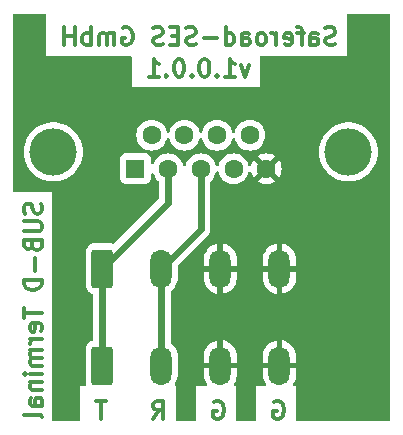
<source format=gbr>
%TF.GenerationSoftware,KiCad,Pcbnew,7.0.2*%
%TF.CreationDate,2023-11-13T10:32:36+01:00*%
%TF.ProjectId,sub-d_terminal,7375622d-645f-4746-9572-6d696e616c2e,rev?*%
%TF.SameCoordinates,Original*%
%TF.FileFunction,Copper,L2,Bot*%
%TF.FilePolarity,Positive*%
%FSLAX46Y46*%
G04 Gerber Fmt 4.6, Leading zero omitted, Abs format (unit mm)*
G04 Created by KiCad (PCBNEW 7.0.2) date 2023-11-13 10:32:36*
%MOMM*%
%LPD*%
G01*
G04 APERTURE LIST*
G04 Aperture macros list*
%AMRoundRect*
0 Rectangle with rounded corners*
0 $1 Rounding radius*
0 $2 $3 $4 $5 $6 $7 $8 $9 X,Y pos of 4 corners*
0 Add a 4 corners polygon primitive as box body*
4,1,4,$2,$3,$4,$5,$6,$7,$8,$9,$2,$3,0*
0 Add four circle primitives for the rounded corners*
1,1,$1+$1,$2,$3*
1,1,$1+$1,$4,$5*
1,1,$1+$1,$6,$7*
1,1,$1+$1,$8,$9*
0 Add four rect primitives between the rounded corners*
20,1,$1+$1,$2,$3,$4,$5,0*
20,1,$1+$1,$4,$5,$6,$7,0*
20,1,$1+$1,$6,$7,$8,$9,0*
20,1,$1+$1,$8,$9,$2,$3,0*%
G04 Aperture macros list end*
%ADD10C,0.300000*%
%TA.AperFunction,NonConductor*%
%ADD11C,0.300000*%
%TD*%
%TA.AperFunction,ComponentPad*%
%ADD12C,4.000000*%
%TD*%
%TA.AperFunction,ComponentPad*%
%ADD13R,1.600000X1.600000*%
%TD*%
%TA.AperFunction,ComponentPad*%
%ADD14C,1.600000*%
%TD*%
%TA.AperFunction,ComponentPad*%
%ADD15RoundRect,0.250000X-0.650000X-1.400000X0.650000X-1.400000X0.650000X1.400000X-0.650000X1.400000X0*%
%TD*%
%TA.AperFunction,ComponentPad*%
%ADD16O,1.800000X3.300000*%
%TD*%
%TA.AperFunction,Conductor*%
%ADD17C,0.600000*%
%TD*%
G04 APERTURE END LIST*
D10*
D11*
X101457142Y-104996428D02*
X100600000Y-104996428D01*
X101028571Y-106496428D02*
X101028571Y-104996428D01*
D10*
D11*
X110617142Y-105067857D02*
X110760000Y-104996428D01*
X110760000Y-104996428D02*
X110974285Y-104996428D01*
X110974285Y-104996428D02*
X111188571Y-105067857D01*
X111188571Y-105067857D02*
X111331428Y-105210714D01*
X111331428Y-105210714D02*
X111402857Y-105353571D01*
X111402857Y-105353571D02*
X111474285Y-105639285D01*
X111474285Y-105639285D02*
X111474285Y-105853571D01*
X111474285Y-105853571D02*
X111402857Y-106139285D01*
X111402857Y-106139285D02*
X111331428Y-106282142D01*
X111331428Y-106282142D02*
X111188571Y-106425000D01*
X111188571Y-106425000D02*
X110974285Y-106496428D01*
X110974285Y-106496428D02*
X110831428Y-106496428D01*
X110831428Y-106496428D02*
X110617142Y-106425000D01*
X110617142Y-106425000D02*
X110545714Y-106353571D01*
X110545714Y-106353571D02*
X110545714Y-105853571D01*
X110545714Y-105853571D02*
X110831428Y-105853571D01*
D10*
D11*
X115697142Y-105067857D02*
X115840000Y-104996428D01*
X115840000Y-104996428D02*
X116054285Y-104996428D01*
X116054285Y-104996428D02*
X116268571Y-105067857D01*
X116268571Y-105067857D02*
X116411428Y-105210714D01*
X116411428Y-105210714D02*
X116482857Y-105353571D01*
X116482857Y-105353571D02*
X116554285Y-105639285D01*
X116554285Y-105639285D02*
X116554285Y-105853571D01*
X116554285Y-105853571D02*
X116482857Y-106139285D01*
X116482857Y-106139285D02*
X116411428Y-106282142D01*
X116411428Y-106282142D02*
X116268571Y-106425000D01*
X116268571Y-106425000D02*
X116054285Y-106496428D01*
X116054285Y-106496428D02*
X115911428Y-106496428D01*
X115911428Y-106496428D02*
X115697142Y-106425000D01*
X115697142Y-106425000D02*
X115625714Y-106353571D01*
X115625714Y-106353571D02*
X115625714Y-105853571D01*
X115625714Y-105853571D02*
X115911428Y-105853571D01*
D10*
D11*
X95945000Y-88285714D02*
X96016428Y-88500000D01*
X96016428Y-88500000D02*
X96016428Y-88857142D01*
X96016428Y-88857142D02*
X95945000Y-89000000D01*
X95945000Y-89000000D02*
X95873571Y-89071428D01*
X95873571Y-89071428D02*
X95730714Y-89142857D01*
X95730714Y-89142857D02*
X95587857Y-89142857D01*
X95587857Y-89142857D02*
X95445000Y-89071428D01*
X95445000Y-89071428D02*
X95373571Y-89000000D01*
X95373571Y-89000000D02*
X95302142Y-88857142D01*
X95302142Y-88857142D02*
X95230714Y-88571428D01*
X95230714Y-88571428D02*
X95159285Y-88428571D01*
X95159285Y-88428571D02*
X95087857Y-88357142D01*
X95087857Y-88357142D02*
X94945000Y-88285714D01*
X94945000Y-88285714D02*
X94802142Y-88285714D01*
X94802142Y-88285714D02*
X94659285Y-88357142D01*
X94659285Y-88357142D02*
X94587857Y-88428571D01*
X94587857Y-88428571D02*
X94516428Y-88571428D01*
X94516428Y-88571428D02*
X94516428Y-88928571D01*
X94516428Y-88928571D02*
X94587857Y-89142857D01*
X94516428Y-89785713D02*
X95730714Y-89785713D01*
X95730714Y-89785713D02*
X95873571Y-89857142D01*
X95873571Y-89857142D02*
X95945000Y-89928571D01*
X95945000Y-89928571D02*
X96016428Y-90071428D01*
X96016428Y-90071428D02*
X96016428Y-90357142D01*
X96016428Y-90357142D02*
X95945000Y-90499999D01*
X95945000Y-90499999D02*
X95873571Y-90571428D01*
X95873571Y-90571428D02*
X95730714Y-90642856D01*
X95730714Y-90642856D02*
X94516428Y-90642856D01*
X95230714Y-91857142D02*
X95302142Y-92071428D01*
X95302142Y-92071428D02*
X95373571Y-92142857D01*
X95373571Y-92142857D02*
X95516428Y-92214285D01*
X95516428Y-92214285D02*
X95730714Y-92214285D01*
X95730714Y-92214285D02*
X95873571Y-92142857D01*
X95873571Y-92142857D02*
X95945000Y-92071428D01*
X95945000Y-92071428D02*
X96016428Y-91928571D01*
X96016428Y-91928571D02*
X96016428Y-91357142D01*
X96016428Y-91357142D02*
X94516428Y-91357142D01*
X94516428Y-91357142D02*
X94516428Y-91857142D01*
X94516428Y-91857142D02*
X94587857Y-92000000D01*
X94587857Y-92000000D02*
X94659285Y-92071428D01*
X94659285Y-92071428D02*
X94802142Y-92142857D01*
X94802142Y-92142857D02*
X94945000Y-92142857D01*
X94945000Y-92142857D02*
X95087857Y-92071428D01*
X95087857Y-92071428D02*
X95159285Y-92000000D01*
X95159285Y-92000000D02*
X95230714Y-91857142D01*
X95230714Y-91857142D02*
X95230714Y-91357142D01*
X95445000Y-92857142D02*
X95445000Y-94000000D01*
X96016428Y-94714285D02*
X94516428Y-94714285D01*
X94516428Y-94714285D02*
X94516428Y-95071428D01*
X94516428Y-95071428D02*
X94587857Y-95285714D01*
X94587857Y-95285714D02*
X94730714Y-95428571D01*
X94730714Y-95428571D02*
X94873571Y-95500000D01*
X94873571Y-95500000D02*
X95159285Y-95571428D01*
X95159285Y-95571428D02*
X95373571Y-95571428D01*
X95373571Y-95571428D02*
X95659285Y-95500000D01*
X95659285Y-95500000D02*
X95802142Y-95428571D01*
X95802142Y-95428571D02*
X95945000Y-95285714D01*
X95945000Y-95285714D02*
X96016428Y-95071428D01*
X96016428Y-95071428D02*
X96016428Y-94714285D01*
X94516428Y-97142857D02*
X94516428Y-98000000D01*
X96016428Y-97571428D02*
X94516428Y-97571428D01*
X95945000Y-99071428D02*
X96016428Y-98928571D01*
X96016428Y-98928571D02*
X96016428Y-98642857D01*
X96016428Y-98642857D02*
X95945000Y-98499999D01*
X95945000Y-98499999D02*
X95802142Y-98428571D01*
X95802142Y-98428571D02*
X95230714Y-98428571D01*
X95230714Y-98428571D02*
X95087857Y-98499999D01*
X95087857Y-98499999D02*
X95016428Y-98642857D01*
X95016428Y-98642857D02*
X95016428Y-98928571D01*
X95016428Y-98928571D02*
X95087857Y-99071428D01*
X95087857Y-99071428D02*
X95230714Y-99142857D01*
X95230714Y-99142857D02*
X95373571Y-99142857D01*
X95373571Y-99142857D02*
X95516428Y-98428571D01*
X96016428Y-99785713D02*
X95016428Y-99785713D01*
X95302142Y-99785713D02*
X95159285Y-99857142D01*
X95159285Y-99857142D02*
X95087857Y-99928571D01*
X95087857Y-99928571D02*
X95016428Y-100071428D01*
X95016428Y-100071428D02*
X95016428Y-100214285D01*
X96016428Y-100714284D02*
X95016428Y-100714284D01*
X95159285Y-100714284D02*
X95087857Y-100785713D01*
X95087857Y-100785713D02*
X95016428Y-100928570D01*
X95016428Y-100928570D02*
X95016428Y-101142856D01*
X95016428Y-101142856D02*
X95087857Y-101285713D01*
X95087857Y-101285713D02*
X95230714Y-101357142D01*
X95230714Y-101357142D02*
X96016428Y-101357142D01*
X95230714Y-101357142D02*
X95087857Y-101428570D01*
X95087857Y-101428570D02*
X95016428Y-101571427D01*
X95016428Y-101571427D02*
X95016428Y-101785713D01*
X95016428Y-101785713D02*
X95087857Y-101928570D01*
X95087857Y-101928570D02*
X95230714Y-101999999D01*
X95230714Y-101999999D02*
X96016428Y-101999999D01*
X96016428Y-102714284D02*
X95016428Y-102714284D01*
X94516428Y-102714284D02*
X94587857Y-102642856D01*
X94587857Y-102642856D02*
X94659285Y-102714284D01*
X94659285Y-102714284D02*
X94587857Y-102785713D01*
X94587857Y-102785713D02*
X94516428Y-102714284D01*
X94516428Y-102714284D02*
X94659285Y-102714284D01*
X95016428Y-103428570D02*
X96016428Y-103428570D01*
X95159285Y-103428570D02*
X95087857Y-103499999D01*
X95087857Y-103499999D02*
X95016428Y-103642856D01*
X95016428Y-103642856D02*
X95016428Y-103857142D01*
X95016428Y-103857142D02*
X95087857Y-103999999D01*
X95087857Y-103999999D02*
X95230714Y-104071428D01*
X95230714Y-104071428D02*
X96016428Y-104071428D01*
X96016428Y-105428571D02*
X95230714Y-105428571D01*
X95230714Y-105428571D02*
X95087857Y-105357142D01*
X95087857Y-105357142D02*
X95016428Y-105214285D01*
X95016428Y-105214285D02*
X95016428Y-104928571D01*
X95016428Y-104928571D02*
X95087857Y-104785713D01*
X95945000Y-105428571D02*
X96016428Y-105285713D01*
X96016428Y-105285713D02*
X96016428Y-104928571D01*
X96016428Y-104928571D02*
X95945000Y-104785713D01*
X95945000Y-104785713D02*
X95802142Y-104714285D01*
X95802142Y-104714285D02*
X95659285Y-104714285D01*
X95659285Y-104714285D02*
X95516428Y-104785713D01*
X95516428Y-104785713D02*
X95445000Y-104928571D01*
X95445000Y-104928571D02*
X95445000Y-105285713D01*
X95445000Y-105285713D02*
X95373571Y-105428571D01*
X96016428Y-106357142D02*
X95945000Y-106214285D01*
X95945000Y-106214285D02*
X95802142Y-106142856D01*
X95802142Y-106142856D02*
X94516428Y-106142856D01*
D10*
D11*
X105465714Y-106496428D02*
X105965714Y-105782142D01*
X106322857Y-106496428D02*
X106322857Y-104996428D01*
X106322857Y-104996428D02*
X105751428Y-104996428D01*
X105751428Y-104996428D02*
X105608571Y-105067857D01*
X105608571Y-105067857D02*
X105537142Y-105139285D01*
X105537142Y-105139285D02*
X105465714Y-105282142D01*
X105465714Y-105282142D02*
X105465714Y-105496428D01*
X105465714Y-105496428D02*
X105537142Y-105639285D01*
X105537142Y-105639285D02*
X105608571Y-105710714D01*
X105608571Y-105710714D02*
X105751428Y-105782142D01*
X105751428Y-105782142D02*
X106322857Y-105782142D01*
D10*
D11*
X113577714Y-76540428D02*
X113220571Y-77540428D01*
X113220571Y-77540428D02*
X112863428Y-76540428D01*
X111506285Y-77540428D02*
X112363428Y-77540428D01*
X111934857Y-77540428D02*
X111934857Y-76040428D01*
X111934857Y-76040428D02*
X112077714Y-76254714D01*
X112077714Y-76254714D02*
X112220571Y-76397571D01*
X112220571Y-76397571D02*
X112363428Y-76469000D01*
X110863429Y-77397571D02*
X110792000Y-77469000D01*
X110792000Y-77469000D02*
X110863429Y-77540428D01*
X110863429Y-77540428D02*
X110934857Y-77469000D01*
X110934857Y-77469000D02*
X110863429Y-77397571D01*
X110863429Y-77397571D02*
X110863429Y-77540428D01*
X109863428Y-76040428D02*
X109720571Y-76040428D01*
X109720571Y-76040428D02*
X109577714Y-76111857D01*
X109577714Y-76111857D02*
X109506286Y-76183285D01*
X109506286Y-76183285D02*
X109434857Y-76326142D01*
X109434857Y-76326142D02*
X109363428Y-76611857D01*
X109363428Y-76611857D02*
X109363428Y-76969000D01*
X109363428Y-76969000D02*
X109434857Y-77254714D01*
X109434857Y-77254714D02*
X109506286Y-77397571D01*
X109506286Y-77397571D02*
X109577714Y-77469000D01*
X109577714Y-77469000D02*
X109720571Y-77540428D01*
X109720571Y-77540428D02*
X109863428Y-77540428D01*
X109863428Y-77540428D02*
X110006286Y-77469000D01*
X110006286Y-77469000D02*
X110077714Y-77397571D01*
X110077714Y-77397571D02*
X110149143Y-77254714D01*
X110149143Y-77254714D02*
X110220571Y-76969000D01*
X110220571Y-76969000D02*
X110220571Y-76611857D01*
X110220571Y-76611857D02*
X110149143Y-76326142D01*
X110149143Y-76326142D02*
X110077714Y-76183285D01*
X110077714Y-76183285D02*
X110006286Y-76111857D01*
X110006286Y-76111857D02*
X109863428Y-76040428D01*
X108720572Y-77397571D02*
X108649143Y-77469000D01*
X108649143Y-77469000D02*
X108720572Y-77540428D01*
X108720572Y-77540428D02*
X108792000Y-77469000D01*
X108792000Y-77469000D02*
X108720572Y-77397571D01*
X108720572Y-77397571D02*
X108720572Y-77540428D01*
X107720571Y-76040428D02*
X107577714Y-76040428D01*
X107577714Y-76040428D02*
X107434857Y-76111857D01*
X107434857Y-76111857D02*
X107363429Y-76183285D01*
X107363429Y-76183285D02*
X107292000Y-76326142D01*
X107292000Y-76326142D02*
X107220571Y-76611857D01*
X107220571Y-76611857D02*
X107220571Y-76969000D01*
X107220571Y-76969000D02*
X107292000Y-77254714D01*
X107292000Y-77254714D02*
X107363429Y-77397571D01*
X107363429Y-77397571D02*
X107434857Y-77469000D01*
X107434857Y-77469000D02*
X107577714Y-77540428D01*
X107577714Y-77540428D02*
X107720571Y-77540428D01*
X107720571Y-77540428D02*
X107863429Y-77469000D01*
X107863429Y-77469000D02*
X107934857Y-77397571D01*
X107934857Y-77397571D02*
X108006286Y-77254714D01*
X108006286Y-77254714D02*
X108077714Y-76969000D01*
X108077714Y-76969000D02*
X108077714Y-76611857D01*
X108077714Y-76611857D02*
X108006286Y-76326142D01*
X108006286Y-76326142D02*
X107934857Y-76183285D01*
X107934857Y-76183285D02*
X107863429Y-76111857D01*
X107863429Y-76111857D02*
X107720571Y-76040428D01*
X106577715Y-77397571D02*
X106506286Y-77469000D01*
X106506286Y-77469000D02*
X106577715Y-77540428D01*
X106577715Y-77540428D02*
X106649143Y-77469000D01*
X106649143Y-77469000D02*
X106577715Y-77397571D01*
X106577715Y-77397571D02*
X106577715Y-77540428D01*
X105077714Y-77540428D02*
X105934857Y-77540428D01*
X105506286Y-77540428D02*
X105506286Y-76040428D01*
X105506286Y-76040428D02*
X105649143Y-76254714D01*
X105649143Y-76254714D02*
X105792000Y-76397571D01*
X105792000Y-76397571D02*
X105934857Y-76469000D01*
D10*
D11*
X120872285Y-74802000D02*
X120658000Y-74873428D01*
X120658000Y-74873428D02*
X120300857Y-74873428D01*
X120300857Y-74873428D02*
X120158000Y-74802000D01*
X120158000Y-74802000D02*
X120086571Y-74730571D01*
X120086571Y-74730571D02*
X120015142Y-74587714D01*
X120015142Y-74587714D02*
X120015142Y-74444857D01*
X120015142Y-74444857D02*
X120086571Y-74302000D01*
X120086571Y-74302000D02*
X120158000Y-74230571D01*
X120158000Y-74230571D02*
X120300857Y-74159142D01*
X120300857Y-74159142D02*
X120586571Y-74087714D01*
X120586571Y-74087714D02*
X120729428Y-74016285D01*
X120729428Y-74016285D02*
X120800857Y-73944857D01*
X120800857Y-73944857D02*
X120872285Y-73802000D01*
X120872285Y-73802000D02*
X120872285Y-73659142D01*
X120872285Y-73659142D02*
X120800857Y-73516285D01*
X120800857Y-73516285D02*
X120729428Y-73444857D01*
X120729428Y-73444857D02*
X120586571Y-73373428D01*
X120586571Y-73373428D02*
X120229428Y-73373428D01*
X120229428Y-73373428D02*
X120015142Y-73444857D01*
X118729429Y-74873428D02*
X118729429Y-74087714D01*
X118729429Y-74087714D02*
X118800857Y-73944857D01*
X118800857Y-73944857D02*
X118943714Y-73873428D01*
X118943714Y-73873428D02*
X119229429Y-73873428D01*
X119229429Y-73873428D02*
X119372286Y-73944857D01*
X118729429Y-74802000D02*
X118872286Y-74873428D01*
X118872286Y-74873428D02*
X119229429Y-74873428D01*
X119229429Y-74873428D02*
X119372286Y-74802000D01*
X119372286Y-74802000D02*
X119443714Y-74659142D01*
X119443714Y-74659142D02*
X119443714Y-74516285D01*
X119443714Y-74516285D02*
X119372286Y-74373428D01*
X119372286Y-74373428D02*
X119229429Y-74302000D01*
X119229429Y-74302000D02*
X118872286Y-74302000D01*
X118872286Y-74302000D02*
X118729429Y-74230571D01*
X118229428Y-73873428D02*
X117658000Y-73873428D01*
X118015143Y-74873428D02*
X118015143Y-73587714D01*
X118015143Y-73587714D02*
X117943714Y-73444857D01*
X117943714Y-73444857D02*
X117800857Y-73373428D01*
X117800857Y-73373428D02*
X117658000Y-73373428D01*
X116586571Y-74802000D02*
X116729428Y-74873428D01*
X116729428Y-74873428D02*
X117015143Y-74873428D01*
X117015143Y-74873428D02*
X117158000Y-74802000D01*
X117158000Y-74802000D02*
X117229428Y-74659142D01*
X117229428Y-74659142D02*
X117229428Y-74087714D01*
X117229428Y-74087714D02*
X117158000Y-73944857D01*
X117158000Y-73944857D02*
X117015143Y-73873428D01*
X117015143Y-73873428D02*
X116729428Y-73873428D01*
X116729428Y-73873428D02*
X116586571Y-73944857D01*
X116586571Y-73944857D02*
X116515143Y-74087714D01*
X116515143Y-74087714D02*
X116515143Y-74230571D01*
X116515143Y-74230571D02*
X117229428Y-74373428D01*
X115872286Y-74873428D02*
X115872286Y-73873428D01*
X115872286Y-74159142D02*
X115800857Y-74016285D01*
X115800857Y-74016285D02*
X115729429Y-73944857D01*
X115729429Y-73944857D02*
X115586571Y-73873428D01*
X115586571Y-73873428D02*
X115443714Y-73873428D01*
X114729429Y-74873428D02*
X114872286Y-74802000D01*
X114872286Y-74802000D02*
X114943715Y-74730571D01*
X114943715Y-74730571D02*
X115015143Y-74587714D01*
X115015143Y-74587714D02*
X115015143Y-74159142D01*
X115015143Y-74159142D02*
X114943715Y-74016285D01*
X114943715Y-74016285D02*
X114872286Y-73944857D01*
X114872286Y-73944857D02*
X114729429Y-73873428D01*
X114729429Y-73873428D02*
X114515143Y-73873428D01*
X114515143Y-73873428D02*
X114372286Y-73944857D01*
X114372286Y-73944857D02*
X114300858Y-74016285D01*
X114300858Y-74016285D02*
X114229429Y-74159142D01*
X114229429Y-74159142D02*
X114229429Y-74587714D01*
X114229429Y-74587714D02*
X114300858Y-74730571D01*
X114300858Y-74730571D02*
X114372286Y-74802000D01*
X114372286Y-74802000D02*
X114515143Y-74873428D01*
X114515143Y-74873428D02*
X114729429Y-74873428D01*
X112943715Y-74873428D02*
X112943715Y-74087714D01*
X112943715Y-74087714D02*
X113015143Y-73944857D01*
X113015143Y-73944857D02*
X113158000Y-73873428D01*
X113158000Y-73873428D02*
X113443715Y-73873428D01*
X113443715Y-73873428D02*
X113586572Y-73944857D01*
X112943715Y-74802000D02*
X113086572Y-74873428D01*
X113086572Y-74873428D02*
X113443715Y-74873428D01*
X113443715Y-74873428D02*
X113586572Y-74802000D01*
X113586572Y-74802000D02*
X113658000Y-74659142D01*
X113658000Y-74659142D02*
X113658000Y-74516285D01*
X113658000Y-74516285D02*
X113586572Y-74373428D01*
X113586572Y-74373428D02*
X113443715Y-74302000D01*
X113443715Y-74302000D02*
X113086572Y-74302000D01*
X113086572Y-74302000D02*
X112943715Y-74230571D01*
X111586572Y-74873428D02*
X111586572Y-73373428D01*
X111586572Y-74802000D02*
X111729429Y-74873428D01*
X111729429Y-74873428D02*
X112015143Y-74873428D01*
X112015143Y-74873428D02*
X112158000Y-74802000D01*
X112158000Y-74802000D02*
X112229429Y-74730571D01*
X112229429Y-74730571D02*
X112300857Y-74587714D01*
X112300857Y-74587714D02*
X112300857Y-74159142D01*
X112300857Y-74159142D02*
X112229429Y-74016285D01*
X112229429Y-74016285D02*
X112158000Y-73944857D01*
X112158000Y-73944857D02*
X112015143Y-73873428D01*
X112015143Y-73873428D02*
X111729429Y-73873428D01*
X111729429Y-73873428D02*
X111586572Y-73944857D01*
X110872286Y-74302000D02*
X109729429Y-74302000D01*
X109086571Y-74802000D02*
X108872286Y-74873428D01*
X108872286Y-74873428D02*
X108515143Y-74873428D01*
X108515143Y-74873428D02*
X108372286Y-74802000D01*
X108372286Y-74802000D02*
X108300857Y-74730571D01*
X108300857Y-74730571D02*
X108229428Y-74587714D01*
X108229428Y-74587714D02*
X108229428Y-74444857D01*
X108229428Y-74444857D02*
X108300857Y-74302000D01*
X108300857Y-74302000D02*
X108372286Y-74230571D01*
X108372286Y-74230571D02*
X108515143Y-74159142D01*
X108515143Y-74159142D02*
X108800857Y-74087714D01*
X108800857Y-74087714D02*
X108943714Y-74016285D01*
X108943714Y-74016285D02*
X109015143Y-73944857D01*
X109015143Y-73944857D02*
X109086571Y-73802000D01*
X109086571Y-73802000D02*
X109086571Y-73659142D01*
X109086571Y-73659142D02*
X109015143Y-73516285D01*
X109015143Y-73516285D02*
X108943714Y-73444857D01*
X108943714Y-73444857D02*
X108800857Y-73373428D01*
X108800857Y-73373428D02*
X108443714Y-73373428D01*
X108443714Y-73373428D02*
X108229428Y-73444857D01*
X107586572Y-74087714D02*
X107086572Y-74087714D01*
X106872286Y-74873428D02*
X107586572Y-74873428D01*
X107586572Y-74873428D02*
X107586572Y-73373428D01*
X107586572Y-73373428D02*
X106872286Y-73373428D01*
X106300857Y-74802000D02*
X106086572Y-74873428D01*
X106086572Y-74873428D02*
X105729429Y-74873428D01*
X105729429Y-74873428D02*
X105586572Y-74802000D01*
X105586572Y-74802000D02*
X105515143Y-74730571D01*
X105515143Y-74730571D02*
X105443714Y-74587714D01*
X105443714Y-74587714D02*
X105443714Y-74444857D01*
X105443714Y-74444857D02*
X105515143Y-74302000D01*
X105515143Y-74302000D02*
X105586572Y-74230571D01*
X105586572Y-74230571D02*
X105729429Y-74159142D01*
X105729429Y-74159142D02*
X106015143Y-74087714D01*
X106015143Y-74087714D02*
X106158000Y-74016285D01*
X106158000Y-74016285D02*
X106229429Y-73944857D01*
X106229429Y-73944857D02*
X106300857Y-73802000D01*
X106300857Y-73802000D02*
X106300857Y-73659142D01*
X106300857Y-73659142D02*
X106229429Y-73516285D01*
X106229429Y-73516285D02*
X106158000Y-73444857D01*
X106158000Y-73444857D02*
X106015143Y-73373428D01*
X106015143Y-73373428D02*
X105658000Y-73373428D01*
X105658000Y-73373428D02*
X105443714Y-73444857D01*
X102872286Y-73444857D02*
X103015144Y-73373428D01*
X103015144Y-73373428D02*
X103229429Y-73373428D01*
X103229429Y-73373428D02*
X103443715Y-73444857D01*
X103443715Y-73444857D02*
X103586572Y-73587714D01*
X103586572Y-73587714D02*
X103658001Y-73730571D01*
X103658001Y-73730571D02*
X103729429Y-74016285D01*
X103729429Y-74016285D02*
X103729429Y-74230571D01*
X103729429Y-74230571D02*
X103658001Y-74516285D01*
X103658001Y-74516285D02*
X103586572Y-74659142D01*
X103586572Y-74659142D02*
X103443715Y-74802000D01*
X103443715Y-74802000D02*
X103229429Y-74873428D01*
X103229429Y-74873428D02*
X103086572Y-74873428D01*
X103086572Y-74873428D02*
X102872286Y-74802000D01*
X102872286Y-74802000D02*
X102800858Y-74730571D01*
X102800858Y-74730571D02*
X102800858Y-74230571D01*
X102800858Y-74230571D02*
X103086572Y-74230571D01*
X102158001Y-74873428D02*
X102158001Y-73873428D01*
X102158001Y-74016285D02*
X102086572Y-73944857D01*
X102086572Y-73944857D02*
X101943715Y-73873428D01*
X101943715Y-73873428D02*
X101729429Y-73873428D01*
X101729429Y-73873428D02*
X101586572Y-73944857D01*
X101586572Y-73944857D02*
X101515144Y-74087714D01*
X101515144Y-74087714D02*
X101515144Y-74873428D01*
X101515144Y-74087714D02*
X101443715Y-73944857D01*
X101443715Y-73944857D02*
X101300858Y-73873428D01*
X101300858Y-73873428D02*
X101086572Y-73873428D01*
X101086572Y-73873428D02*
X100943715Y-73944857D01*
X100943715Y-73944857D02*
X100872286Y-74087714D01*
X100872286Y-74087714D02*
X100872286Y-74873428D01*
X100158001Y-74873428D02*
X100158001Y-73373428D01*
X100158001Y-73944857D02*
X100015144Y-73873428D01*
X100015144Y-73873428D02*
X99729429Y-73873428D01*
X99729429Y-73873428D02*
X99586572Y-73944857D01*
X99586572Y-73944857D02*
X99515144Y-74016285D01*
X99515144Y-74016285D02*
X99443715Y-74159142D01*
X99443715Y-74159142D02*
X99443715Y-74587714D01*
X99443715Y-74587714D02*
X99515144Y-74730571D01*
X99515144Y-74730571D02*
X99586572Y-74802000D01*
X99586572Y-74802000D02*
X99729429Y-74873428D01*
X99729429Y-74873428D02*
X100015144Y-74873428D01*
X100015144Y-74873428D02*
X100158001Y-74802000D01*
X98800858Y-74873428D02*
X98800858Y-73373428D01*
X98800858Y-74087714D02*
X97943715Y-74087714D01*
X97943715Y-74873428D02*
X97943715Y-73373428D01*
D12*
%TO.P,J1,0*%
%TO.N,N/C*%
X96990000Y-83910331D03*
X121990000Y-83910331D03*
D13*
%TO.P,J1,1,Pin_1*%
%TO.N,unconnected-(J1-Pin_1-Pad1)*%
X103950000Y-85330331D03*
D14*
%TO.P,J1,2,Pin_2*%
%TO.N,Net-(J1-Pin_2)*%
X106720000Y-85330331D03*
%TO.P,J1,3,Pin_3*%
%TO.N,Net-(J1-Pin_3)*%
X109490000Y-85330331D03*
%TO.P,J1,4,Pin_4*%
%TO.N,unconnected-(J1-Pin_4-Pad4)*%
X112260000Y-85330331D03*
%TO.P,J1,5,Pin_5*%
%TO.N,GND*%
X115030000Y-85330331D03*
%TO.P,J1,6,Pin_6*%
%TO.N,unconnected-(J1-Pin_6-Pad6)*%
X105335000Y-82490331D03*
%TO.P,J1,7,Pin_7*%
%TO.N,unconnected-(J1-Pin_7-Pad7)*%
X108105000Y-82490331D03*
%TO.P,J1,8,Pin_8*%
%TO.N,unconnected-(J1-Pin_8-Pad8)*%
X110875000Y-82490331D03*
%TO.P,J1,9,Pin_9*%
%TO.N,unconnected-(J1-Pin_9-Pad9)*%
X113645000Y-82490331D03*
%TD*%
D15*
%TO.P,J2,1,Pin_1*%
%TO.N,Net-(J1-Pin_2)*%
X101150000Y-93795331D03*
X101150000Y-101995331D03*
D16*
%TO.P,J2,2,Pin_2*%
%TO.N,Net-(J1-Pin_3)*%
X106150000Y-93795331D03*
X106150000Y-101995331D03*
%TO.P,J2,3,Pin_3*%
%TO.N,GND*%
X111150000Y-93795331D03*
X111150000Y-101995331D03*
%TO.P,J2,4,Pin_4*%
X116150000Y-93795331D03*
X116150000Y-101995331D03*
%TD*%
D17*
%TO.N,Net-(J1-Pin_3)*%
X109490000Y-90455331D02*
X106150000Y-93795331D01*
X109490000Y-85330331D02*
X109490000Y-90455331D01*
%TO.N,Net-(J1-Pin_2)*%
X106720000Y-88225331D02*
X101150000Y-93795331D01*
X106720000Y-85330331D02*
X106720000Y-88225331D01*
%TO.N,Net-(J1-Pin_3)*%
X106150000Y-101995331D02*
X106150000Y-93795331D01*
%TO.N,Net-(J1-Pin_2)*%
X101150000Y-101995331D02*
X101150000Y-93795331D01*
%TD*%
%TA.AperFunction,Conductor*%
%TO.N,GND*%
G36*
X96364825Y-72220185D02*
G01*
X96410580Y-72272989D01*
X96421786Y-72324500D01*
X96421786Y-75771786D01*
X103503215Y-75771786D01*
X103570254Y-75791471D01*
X103616009Y-75844275D01*
X103627215Y-75895786D01*
X103627215Y-78438786D01*
X114506786Y-78438786D01*
X114506786Y-75895786D01*
X114526471Y-75828747D01*
X114579275Y-75782992D01*
X114630786Y-75771786D01*
X121872786Y-75771786D01*
X121872786Y-72324500D01*
X121892471Y-72257461D01*
X121945275Y-72211706D01*
X121996786Y-72200500D01*
X125375500Y-72200500D01*
X125442539Y-72220185D01*
X125488294Y-72272989D01*
X125499500Y-72324500D01*
X125499500Y-106575500D01*
X125479815Y-106642539D01*
X125427011Y-106688294D01*
X125375500Y-106699500D01*
X117678786Y-106699500D01*
X117611747Y-106679815D01*
X117565992Y-106627011D01*
X117554786Y-106575500D01*
X117554786Y-103715214D01*
X117423138Y-103715214D01*
X117356099Y-103695529D01*
X117310344Y-103642725D01*
X117300400Y-103573567D01*
X117314884Y-103530739D01*
X117430334Y-103324075D01*
X117509726Y-103099373D01*
X117550000Y-102864491D01*
X117550000Y-102245331D01*
X116644852Y-102245331D01*
X116693559Y-102108284D01*
X116703877Y-101957445D01*
X116673116Y-101809416D01*
X116639910Y-101745331D01*
X117550000Y-101745331D01*
X117550000Y-101188489D01*
X117549776Y-101183233D01*
X117534851Y-101007875D01*
X117474801Y-100777247D01*
X117376639Y-100560089D01*
X117243188Y-100362643D01*
X117078288Y-100190589D01*
X116886684Y-100048880D01*
X116673886Y-99941589D01*
X116446017Y-99871805D01*
X116400000Y-99865912D01*
X116400000Y-101503647D01*
X116371181Y-101486122D01*
X116225596Y-101445331D01*
X116112378Y-101445331D01*
X116000217Y-101460747D01*
X115899999Y-101504277D01*
X115899999Y-99867065D01*
X115738565Y-99901857D01*
X115517437Y-99990714D01*
X115314502Y-100115666D01*
X115135605Y-100273115D01*
X114985893Y-100458530D01*
X114869667Y-100666581D01*
X114790273Y-100891288D01*
X114750000Y-101126170D01*
X114750000Y-101745331D01*
X115655148Y-101745331D01*
X115606441Y-101882378D01*
X115596123Y-102033217D01*
X115626884Y-102181246D01*
X115660090Y-102245331D01*
X114750000Y-102245331D01*
X114750000Y-102802172D01*
X114750223Y-102807428D01*
X114765148Y-102982786D01*
X114825198Y-103213414D01*
X114923359Y-103430569D01*
X114985005Y-103521776D01*
X115006237Y-103588342D01*
X114988110Y-103655819D01*
X114936380Y-103702785D01*
X114882270Y-103715214D01*
X114175214Y-103715214D01*
X114175214Y-106575500D01*
X114155529Y-106642539D01*
X114102725Y-106688294D01*
X114051214Y-106699500D01*
X112598786Y-106699500D01*
X112531747Y-106679815D01*
X112485992Y-106627011D01*
X112474786Y-106575500D01*
X112474786Y-103715214D01*
X112423138Y-103715214D01*
X112356099Y-103695529D01*
X112310344Y-103642725D01*
X112300400Y-103573567D01*
X112314884Y-103530739D01*
X112430334Y-103324075D01*
X112509726Y-103099373D01*
X112550000Y-102864491D01*
X112550000Y-102245331D01*
X111644852Y-102245331D01*
X111693559Y-102108284D01*
X111703877Y-101957445D01*
X111673116Y-101809416D01*
X111639910Y-101745331D01*
X112550000Y-101745331D01*
X112550000Y-101188489D01*
X112549776Y-101183233D01*
X112534851Y-101007875D01*
X112474801Y-100777247D01*
X112376639Y-100560089D01*
X112243188Y-100362643D01*
X112078288Y-100190589D01*
X111886684Y-100048880D01*
X111673886Y-99941589D01*
X111446017Y-99871805D01*
X111399999Y-99865912D01*
X111399999Y-101503647D01*
X111371181Y-101486122D01*
X111225596Y-101445331D01*
X111112378Y-101445331D01*
X111000217Y-101460747D01*
X110899999Y-101504277D01*
X110899999Y-99867065D01*
X110738565Y-99901857D01*
X110517437Y-99990714D01*
X110314502Y-100115666D01*
X110135605Y-100273115D01*
X109985893Y-100458530D01*
X109869667Y-100666581D01*
X109790273Y-100891288D01*
X109750000Y-101126170D01*
X109750000Y-101745331D01*
X110655148Y-101745331D01*
X110606441Y-101882378D01*
X110596123Y-102033217D01*
X110626884Y-102181246D01*
X110660090Y-102245331D01*
X109750000Y-102245331D01*
X109750000Y-102802172D01*
X109750223Y-102807428D01*
X109765148Y-102982786D01*
X109825198Y-103213414D01*
X109923359Y-103430569D01*
X109985005Y-103521776D01*
X110006237Y-103588342D01*
X109988110Y-103655819D01*
X109936380Y-103702785D01*
X109882270Y-103715214D01*
X109095214Y-103715214D01*
X109095214Y-106575500D01*
X109075529Y-106642539D01*
X109022725Y-106688294D01*
X108971214Y-106699500D01*
X107518786Y-106699500D01*
X107451747Y-106679815D01*
X107405992Y-106627011D01*
X107394786Y-106575500D01*
X107394786Y-103715214D01*
X107382761Y-103703189D01*
X107356672Y-103695529D01*
X107310917Y-103642725D01*
X107300973Y-103573567D01*
X107315457Y-103530740D01*
X107430790Y-103324285D01*
X107510212Y-103099499D01*
X107550500Y-102864533D01*
X107550500Y-101188465D01*
X107550500Y-101185834D01*
X107535346Y-101007790D01*
X107475318Y-100777247D01*
X107475275Y-100777080D01*
X107377077Y-100559845D01*
X107243579Y-100362328D01*
X107078620Y-100190212D01*
X107000765Y-100132631D01*
X106958570Y-100076941D01*
X106950499Y-100032940D01*
X106950499Y-95762514D01*
X106970184Y-95695476D01*
X106992572Y-95669434D01*
X107164755Y-95517895D01*
X107237072Y-95428333D01*
X107314519Y-95332416D01*
X107314519Y-95332415D01*
X107314523Y-95332411D01*
X107430790Y-95124285D01*
X107510211Y-94899502D01*
X107510234Y-94899373D01*
X107530209Y-94782870D01*
X107550500Y-94664531D01*
X107550500Y-94602172D01*
X109750000Y-94602172D01*
X109750223Y-94607428D01*
X109765148Y-94782786D01*
X109825198Y-95013414D01*
X109923360Y-95230572D01*
X110056811Y-95428018D01*
X110221711Y-95600072D01*
X110413315Y-95741781D01*
X110626113Y-95849072D01*
X110853983Y-95918856D01*
X110900000Y-95924748D01*
X110900000Y-94287014D01*
X110928819Y-94304540D01*
X111074404Y-94345331D01*
X111187622Y-94345331D01*
X111299783Y-94329915D01*
X111400000Y-94286384D01*
X111400000Y-95923595D01*
X111561436Y-95888804D01*
X111782560Y-95799948D01*
X111985497Y-95674995D01*
X112164394Y-95517546D01*
X112314106Y-95332131D01*
X112430332Y-95124080D01*
X112509726Y-94899373D01*
X112550000Y-94664491D01*
X112550000Y-94602172D01*
X114750000Y-94602172D01*
X114750223Y-94607428D01*
X114765148Y-94782786D01*
X114825198Y-95013414D01*
X114923360Y-95230572D01*
X115056811Y-95428018D01*
X115221711Y-95600072D01*
X115413315Y-95741781D01*
X115626113Y-95849072D01*
X115853983Y-95918856D01*
X115900000Y-95924748D01*
X115900000Y-94287014D01*
X115928819Y-94304540D01*
X116074404Y-94345331D01*
X116187622Y-94345331D01*
X116299783Y-94329915D01*
X116400000Y-94286384D01*
X116400000Y-95923595D01*
X116561436Y-95888804D01*
X116782560Y-95799948D01*
X116985497Y-95674995D01*
X117164394Y-95517546D01*
X117314106Y-95332131D01*
X117430332Y-95124080D01*
X117509726Y-94899373D01*
X117550000Y-94664491D01*
X117550000Y-94045331D01*
X116644852Y-94045331D01*
X116693559Y-93908284D01*
X116703877Y-93757445D01*
X116673116Y-93609416D01*
X116639910Y-93545331D01*
X117550000Y-93545331D01*
X117550000Y-92988489D01*
X117549776Y-92983233D01*
X117534851Y-92807875D01*
X117474801Y-92577247D01*
X117376639Y-92360089D01*
X117243188Y-92162643D01*
X117078288Y-91990589D01*
X116886684Y-91848880D01*
X116673886Y-91741589D01*
X116446017Y-91671805D01*
X116400000Y-91665912D01*
X116400000Y-93303647D01*
X116371181Y-93286122D01*
X116225596Y-93245331D01*
X116112378Y-93245331D01*
X116000217Y-93260747D01*
X115899999Y-93304277D01*
X115899999Y-91667065D01*
X115738565Y-91701857D01*
X115517437Y-91790714D01*
X115314502Y-91915666D01*
X115135605Y-92073115D01*
X114985893Y-92258530D01*
X114869667Y-92466581D01*
X114790273Y-92691288D01*
X114750000Y-92926170D01*
X114750000Y-93545331D01*
X115655148Y-93545331D01*
X115606441Y-93682378D01*
X115596123Y-93833217D01*
X115626884Y-93981246D01*
X115660090Y-94045331D01*
X114750000Y-94045331D01*
X114750000Y-94602172D01*
X112550000Y-94602172D01*
X112550000Y-94045331D01*
X111644852Y-94045331D01*
X111693559Y-93908284D01*
X111703877Y-93757445D01*
X111673116Y-93609416D01*
X111639910Y-93545331D01*
X112550000Y-93545331D01*
X112550000Y-92988489D01*
X112549776Y-92983233D01*
X112534851Y-92807875D01*
X112474801Y-92577247D01*
X112376639Y-92360089D01*
X112243188Y-92162643D01*
X112078288Y-91990589D01*
X111886684Y-91848880D01*
X111673886Y-91741589D01*
X111446017Y-91671805D01*
X111399999Y-91665912D01*
X111399999Y-93303647D01*
X111371181Y-93286122D01*
X111225596Y-93245331D01*
X111112378Y-93245331D01*
X111000217Y-93260747D01*
X110899999Y-93304277D01*
X110899999Y-91667065D01*
X110738565Y-91701857D01*
X110517437Y-91790714D01*
X110314502Y-91915666D01*
X110135605Y-92073115D01*
X109985893Y-92258530D01*
X109869667Y-92466581D01*
X109790273Y-92691288D01*
X109750000Y-92926170D01*
X109750000Y-93545331D01*
X110655148Y-93545331D01*
X110606441Y-93682378D01*
X110596123Y-93833217D01*
X110626884Y-93981246D01*
X110660090Y-94045331D01*
X109750000Y-94045331D01*
X109750000Y-94602172D01*
X107550500Y-94602172D01*
X107550499Y-93578269D01*
X107570184Y-93511231D01*
X107586813Y-93490594D01*
X110087826Y-90989583D01*
X110119816Y-90957593D01*
X110140190Y-90925165D01*
X110148222Y-90913846D01*
X110172091Y-90883918D01*
X110188704Y-90849419D01*
X110195413Y-90837279D01*
X110215789Y-90804853D01*
X110228432Y-90768719D01*
X110233752Y-90755876D01*
X110250359Y-90721391D01*
X110258876Y-90684076D01*
X110262720Y-90670729D01*
X110275368Y-90634586D01*
X110279655Y-90596532D01*
X110281982Y-90582843D01*
X110290500Y-90545527D01*
X110290500Y-86420380D01*
X110310185Y-86353341D01*
X110326819Y-86332699D01*
X110490046Y-86169471D01*
X110569637Y-86055803D01*
X110620568Y-85983065D01*
X110716739Y-85776827D01*
X110755224Y-85633195D01*
X110791590Y-85573534D01*
X110854437Y-85543005D01*
X110923812Y-85551300D01*
X110977690Y-85595785D01*
X110994775Y-85633195D01*
X111033261Y-85776827D01*
X111129432Y-85983066D01*
X111259953Y-86169471D01*
X111420859Y-86330377D01*
X111607264Y-86460898D01*
X111607265Y-86460898D01*
X111607266Y-86460899D01*
X111813504Y-86557070D01*
X112033308Y-86615966D01*
X112184435Y-86629187D01*
X112259999Y-86635799D01*
X112259999Y-86635798D01*
X112260000Y-86635799D01*
X112486692Y-86615966D01*
X112706496Y-86557070D01*
X112912734Y-86460899D01*
X113099139Y-86330378D01*
X113260047Y-86169470D01*
X113390568Y-85983065D01*
X113486739Y-85776827D01*
X113525483Y-85632228D01*
X113561848Y-85572569D01*
X113624695Y-85542040D01*
X113694070Y-85550335D01*
X113747948Y-85594820D01*
X113765033Y-85632229D01*
X113803733Y-85776657D01*
X113899866Y-85982815D01*
X113950972Y-86055802D01*
X113950974Y-86055803D01*
X114546922Y-85459854D01*
X114570507Y-85540175D01*
X114648239Y-85661129D01*
X114756900Y-85755283D01*
X114887685Y-85815011D01*
X114897466Y-85816417D01*
X114304526Y-86409356D01*
X114304526Y-86409357D01*
X114377515Y-86460464D01*
X114583673Y-86556597D01*
X114803397Y-86615472D01*
X115029999Y-86635297D01*
X115256602Y-86615472D01*
X115476326Y-86556597D01*
X115682480Y-86460465D01*
X115755472Y-86409356D01*
X115162534Y-85816417D01*
X115172315Y-85815011D01*
X115303100Y-85755283D01*
X115411761Y-85661129D01*
X115489493Y-85540175D01*
X115513076Y-85459854D01*
X116109025Y-86055803D01*
X116160134Y-85982811D01*
X116256266Y-85776657D01*
X116315141Y-85556933D01*
X116334966Y-85330331D01*
X116315141Y-85103728D01*
X116256266Y-84884004D01*
X116160133Y-84677846D01*
X116109025Y-84604857D01*
X115513076Y-85200806D01*
X115489493Y-85120487D01*
X115411761Y-84999533D01*
X115303100Y-84905379D01*
X115172315Y-84845651D01*
X115162533Y-84844244D01*
X115755472Y-84251305D01*
X115755471Y-84251303D01*
X115682484Y-84200197D01*
X115476326Y-84104064D01*
X115256602Y-84045189D01*
X115029999Y-84025364D01*
X114803397Y-84045189D01*
X114583672Y-84104064D01*
X114377516Y-84200196D01*
X114304527Y-84251304D01*
X114304526Y-84251304D01*
X114897467Y-84844244D01*
X114887685Y-84845651D01*
X114756900Y-84905379D01*
X114648239Y-84999533D01*
X114570507Y-85120487D01*
X114546923Y-85200807D01*
X113950973Y-84604857D01*
X113950973Y-84604858D01*
X113899865Y-84677847D01*
X113803734Y-84884002D01*
X113765033Y-85028433D01*
X113728667Y-85088093D01*
X113665820Y-85118621D01*
X113596444Y-85110326D01*
X113542567Y-85065840D01*
X113525483Y-85028431D01*
X113517740Y-84999533D01*
X113486739Y-84883835D01*
X113390568Y-84677597D01*
X113339636Y-84604857D01*
X113260046Y-84491190D01*
X113099140Y-84330284D01*
X112912735Y-84199763D01*
X112706497Y-84103592D01*
X112486689Y-84044695D01*
X112259999Y-84024862D01*
X112033310Y-84044695D01*
X111813502Y-84103592D01*
X111607264Y-84199763D01*
X111420859Y-84330284D01*
X111259953Y-84491190D01*
X111129432Y-84677595D01*
X111033261Y-84883833D01*
X110994775Y-85027467D01*
X110958410Y-85087127D01*
X110895563Y-85117656D01*
X110826187Y-85109361D01*
X110772309Y-85064876D01*
X110755225Y-85027467D01*
X110725748Y-84917459D01*
X110716739Y-84883835D01*
X110620568Y-84677597D01*
X110569636Y-84604857D01*
X110490046Y-84491190D01*
X110329140Y-84330284D01*
X110142735Y-84199763D01*
X109936497Y-84103592D01*
X109716689Y-84044695D01*
X109489999Y-84024862D01*
X109263310Y-84044695D01*
X109043502Y-84103592D01*
X108837264Y-84199763D01*
X108650859Y-84330284D01*
X108489953Y-84491190D01*
X108359432Y-84677595D01*
X108263261Y-84883833D01*
X108224775Y-85027467D01*
X108188410Y-85087127D01*
X108125563Y-85117656D01*
X108056187Y-85109361D01*
X108002309Y-85064876D01*
X107985225Y-85027467D01*
X107955748Y-84917459D01*
X107946739Y-84883835D01*
X107850568Y-84677597D01*
X107799636Y-84604857D01*
X107720046Y-84491190D01*
X107559140Y-84330284D01*
X107372735Y-84199763D01*
X107166497Y-84103592D01*
X106946689Y-84044695D01*
X106720000Y-84024862D01*
X106493310Y-84044695D01*
X106273502Y-84103592D01*
X106067264Y-84199763D01*
X105880859Y-84330284D01*
X105719953Y-84491190D01*
X105589432Y-84677595D01*
X105488676Y-84893667D01*
X105486574Y-84892686D01*
X105457905Y-84939717D01*
X105395057Y-84970244D01*
X105325682Y-84961946D01*
X105271806Y-84917459D01*
X105250534Y-84850906D01*
X105250499Y-84847960D01*
X105250499Y-84677595D01*
X105250499Y-84482459D01*
X105244091Y-84422848D01*
X105193796Y-84288000D01*
X105107546Y-84172785D01*
X104992331Y-84086535D01*
X104857483Y-84036240D01*
X104797873Y-84029831D01*
X104794550Y-84029831D01*
X103105439Y-84029831D01*
X103105420Y-84029831D01*
X103102128Y-84029832D01*
X103098848Y-84030184D01*
X103098840Y-84030185D01*
X103042515Y-84036240D01*
X102907669Y-84086535D01*
X102792454Y-84172785D01*
X102706204Y-84287999D01*
X102655910Y-84422846D01*
X102655909Y-84422848D01*
X102649500Y-84482458D01*
X102649500Y-84485779D01*
X102649500Y-84485780D01*
X102649500Y-86174891D01*
X102649500Y-86174909D01*
X102649501Y-86178203D01*
X102655909Y-86237814D01*
X102706204Y-86372662D01*
X102792454Y-86487877D01*
X102907669Y-86574127D01*
X103042517Y-86624422D01*
X103102127Y-86630831D01*
X104797872Y-86630830D01*
X104857483Y-86624422D01*
X104992331Y-86574127D01*
X105107546Y-86487877D01*
X105193796Y-86372662D01*
X105244091Y-86237814D01*
X105250500Y-86178204D01*
X105250499Y-85812700D01*
X105270183Y-85745664D01*
X105322987Y-85699909D01*
X105392146Y-85689965D01*
X105455701Y-85718990D01*
X105487042Y-85767756D01*
X105488676Y-85766995D01*
X105589432Y-85983066D01*
X105719953Y-86169471D01*
X105883181Y-86332699D01*
X105916666Y-86394022D01*
X105919500Y-86420380D01*
X105919499Y-87842390D01*
X105899814Y-87909430D01*
X105883180Y-87930071D01*
X102160949Y-91652302D01*
X102099626Y-91685787D01*
X102034265Y-91682327D01*
X101952798Y-91655331D01*
X101853141Y-91645150D01*
X101853122Y-91645149D01*
X101850009Y-91644831D01*
X101846860Y-91644831D01*
X100453140Y-91644831D01*
X100453120Y-91644831D01*
X100449992Y-91644832D01*
X100446860Y-91645151D01*
X100446858Y-91645152D01*
X100347203Y-91655331D01*
X100180665Y-91710517D01*
X100031342Y-91802619D01*
X99907288Y-91926673D01*
X99815186Y-92075996D01*
X99760000Y-92242533D01*
X99749819Y-92342189D01*
X99749817Y-92342209D01*
X99749500Y-92345322D01*
X99749500Y-92348469D01*
X99749500Y-92348470D01*
X99749500Y-95242190D01*
X99749500Y-95242209D01*
X99749501Y-95245339D01*
X99749820Y-95248471D01*
X99749821Y-95248472D01*
X99760000Y-95348127D01*
X99815186Y-95514665D01*
X99907288Y-95663988D01*
X100031342Y-95788042D01*
X100031344Y-95788043D01*
X100180666Y-95880145D01*
X100264505Y-95907926D01*
X100321948Y-95947697D01*
X100348772Y-96012212D01*
X100349500Y-96025631D01*
X100349500Y-99765029D01*
X100329815Y-99832068D01*
X100277011Y-99877823D01*
X100264505Y-99882735D01*
X100180664Y-99910517D01*
X100031342Y-100002619D01*
X99907288Y-100126673D01*
X99815186Y-100275996D01*
X99760000Y-100442533D01*
X99749819Y-100542189D01*
X99749817Y-100542209D01*
X99749500Y-100545322D01*
X99749500Y-100548469D01*
X99749500Y-100548470D01*
X99749500Y-103442190D01*
X99749500Y-103442209D01*
X99749501Y-103445339D01*
X99749820Y-103448471D01*
X99749821Y-103448472D01*
X99760000Y-103548127D01*
X99761353Y-103552208D01*
X99763756Y-103622036D01*
X99728026Y-103682079D01*
X99665506Y-103713272D01*
X99643648Y-103715214D01*
X99292357Y-103715214D01*
X99292357Y-106575500D01*
X99272672Y-106642539D01*
X99219868Y-106688294D01*
X99168357Y-106699500D01*
X97038786Y-106699500D01*
X96971747Y-106679815D01*
X96925992Y-106627011D01*
X96914786Y-106575500D01*
X96914786Y-87285214D01*
X93724500Y-87285214D01*
X93657461Y-87265529D01*
X93611706Y-87212725D01*
X93600500Y-87161214D01*
X93600500Y-83910331D01*
X94484556Y-83910331D01*
X94504312Y-84224346D01*
X94505039Y-84228158D01*
X94505041Y-84228172D01*
X94562538Y-84529580D01*
X94563269Y-84533410D01*
X94564473Y-84537117D01*
X94564474Y-84537119D01*
X94610199Y-84677847D01*
X94660497Y-84832646D01*
X94662153Y-84836165D01*
X94752626Y-85028431D01*
X94794463Y-85117338D01*
X94796545Y-85120619D01*
X94796548Y-85120624D01*
X94960962Y-85379700D01*
X94960966Y-85379706D01*
X94963053Y-85382994D01*
X95163610Y-85625425D01*
X95392970Y-85840809D01*
X95647516Y-86025747D01*
X95650923Y-86027620D01*
X95918806Y-86174891D01*
X95923234Y-86177325D01*
X96215775Y-86293150D01*
X96520527Y-86371397D01*
X96832682Y-86410831D01*
X96836577Y-86410831D01*
X97143423Y-86410831D01*
X97147318Y-86410831D01*
X97459473Y-86371397D01*
X97764225Y-86293150D01*
X98056766Y-86177325D01*
X98332484Y-86025747D01*
X98587030Y-85840809D01*
X98816390Y-85625425D01*
X99016947Y-85382994D01*
X99185537Y-85117338D01*
X99319503Y-84832646D01*
X99416731Y-84533410D01*
X99475688Y-84224346D01*
X99495444Y-83910331D01*
X119484556Y-83910331D01*
X119504312Y-84224346D01*
X119505039Y-84228158D01*
X119505041Y-84228172D01*
X119562538Y-84529580D01*
X119563269Y-84533410D01*
X119564473Y-84537117D01*
X119564474Y-84537119D01*
X119610199Y-84677847D01*
X119660497Y-84832646D01*
X119662153Y-84836165D01*
X119752626Y-85028431D01*
X119794463Y-85117338D01*
X119796545Y-85120619D01*
X119796548Y-85120624D01*
X119960962Y-85379700D01*
X119960966Y-85379706D01*
X119963053Y-85382994D01*
X120163610Y-85625425D01*
X120392970Y-85840809D01*
X120647516Y-86025747D01*
X120650923Y-86027620D01*
X120918806Y-86174891D01*
X120923234Y-86177325D01*
X121215775Y-86293150D01*
X121520527Y-86371397D01*
X121832682Y-86410831D01*
X121836577Y-86410831D01*
X122143423Y-86410831D01*
X122147318Y-86410831D01*
X122459473Y-86371397D01*
X122764225Y-86293150D01*
X123056766Y-86177325D01*
X123332484Y-86025747D01*
X123587030Y-85840809D01*
X123816390Y-85625425D01*
X124016947Y-85382994D01*
X124185537Y-85117338D01*
X124319503Y-84832646D01*
X124416731Y-84533410D01*
X124475688Y-84224346D01*
X124495444Y-83910331D01*
X124475688Y-83596316D01*
X124416731Y-83287252D01*
X124319503Y-82988016D01*
X124185537Y-82703324D01*
X124016947Y-82437668D01*
X123816390Y-82195237D01*
X123587030Y-81979853D01*
X123332484Y-81794915D01*
X123329081Y-81793044D01*
X123329076Y-81793041D01*
X123060183Y-81645215D01*
X123060176Y-81645211D01*
X123056766Y-81643337D01*
X123053140Y-81641901D01*
X123053135Y-81641899D01*
X122767847Y-81528946D01*
X122767846Y-81528945D01*
X122764225Y-81527512D01*
X122760455Y-81526544D01*
X122760452Y-81526543D01*
X122463256Y-81450236D01*
X122463251Y-81450235D01*
X122459473Y-81449265D01*
X122455602Y-81448776D01*
X122455597Y-81448775D01*
X122151184Y-81410319D01*
X122151177Y-81410318D01*
X122147318Y-81409831D01*
X121832682Y-81409831D01*
X121828823Y-81410318D01*
X121828815Y-81410319D01*
X121524402Y-81448775D01*
X121524394Y-81448776D01*
X121520527Y-81449265D01*
X121516751Y-81450234D01*
X121516743Y-81450236D01*
X121219547Y-81526543D01*
X121219539Y-81526545D01*
X121215775Y-81527512D01*
X121212158Y-81528943D01*
X121212152Y-81528946D01*
X120926864Y-81641899D01*
X120926853Y-81641903D01*
X120923234Y-81643337D01*
X120919829Y-81645208D01*
X120919816Y-81645215D01*
X120650923Y-81793041D01*
X120650911Y-81793048D01*
X120647516Y-81794915D01*
X120644372Y-81797198D01*
X120644366Y-81797203D01*
X120396126Y-81977559D01*
X120396115Y-81977567D01*
X120392970Y-81979853D01*
X120390135Y-81982514D01*
X120390128Y-81982521D01*
X120166447Y-82192572D01*
X120166440Y-82192579D01*
X120163610Y-82195237D01*
X120161135Y-82198228D01*
X120161131Y-82198233D01*
X119965536Y-82434665D01*
X119965526Y-82434677D01*
X119963053Y-82437668D01*
X119960971Y-82440947D01*
X119960962Y-82440961D01*
X119796548Y-82700037D01*
X119796541Y-82700048D01*
X119794463Y-82703324D01*
X119792810Y-82706835D01*
X119792807Y-82706842D01*
X119684584Y-82936828D01*
X119660497Y-82988016D01*
X119563269Y-83287252D01*
X119562540Y-83291072D01*
X119562538Y-83291081D01*
X119505041Y-83592489D01*
X119505038Y-83592505D01*
X119504312Y-83596316D01*
X119484556Y-83910331D01*
X99495444Y-83910331D01*
X99475688Y-83596316D01*
X99416731Y-83287252D01*
X99319503Y-82988016D01*
X99185537Y-82703324D01*
X99050368Y-82490331D01*
X104029531Y-82490331D01*
X104049364Y-82717020D01*
X104108261Y-82936828D01*
X104204432Y-83143066D01*
X104334953Y-83329471D01*
X104495859Y-83490377D01*
X104682264Y-83620898D01*
X104682265Y-83620898D01*
X104682266Y-83620899D01*
X104888504Y-83717070D01*
X105108308Y-83775966D01*
X105335000Y-83795799D01*
X105561692Y-83775966D01*
X105781496Y-83717070D01*
X105987734Y-83620899D01*
X106174139Y-83490378D01*
X106335047Y-83329470D01*
X106465568Y-83143065D01*
X106561739Y-82936827D01*
X106600224Y-82793195D01*
X106636590Y-82733534D01*
X106699437Y-82703005D01*
X106768812Y-82711300D01*
X106822690Y-82755785D01*
X106839775Y-82793195D01*
X106878261Y-82936827D01*
X106974432Y-83143066D01*
X107104953Y-83329471D01*
X107265859Y-83490377D01*
X107452264Y-83620898D01*
X107452265Y-83620898D01*
X107452266Y-83620899D01*
X107658504Y-83717070D01*
X107878308Y-83775966D01*
X108105000Y-83795799D01*
X108331692Y-83775966D01*
X108551496Y-83717070D01*
X108757734Y-83620899D01*
X108944139Y-83490378D01*
X109105047Y-83329470D01*
X109235568Y-83143065D01*
X109331739Y-82936827D01*
X109370224Y-82793195D01*
X109406590Y-82733534D01*
X109469437Y-82703005D01*
X109538812Y-82711300D01*
X109592690Y-82755785D01*
X109609775Y-82793195D01*
X109648261Y-82936827D01*
X109744432Y-83143066D01*
X109874953Y-83329471D01*
X110035859Y-83490377D01*
X110222264Y-83620898D01*
X110222265Y-83620898D01*
X110222266Y-83620899D01*
X110428504Y-83717070D01*
X110648308Y-83775966D01*
X110875000Y-83795799D01*
X111101692Y-83775966D01*
X111321496Y-83717070D01*
X111527734Y-83620899D01*
X111714139Y-83490378D01*
X111875047Y-83329470D01*
X112005568Y-83143065D01*
X112101739Y-82936827D01*
X112140224Y-82793195D01*
X112176590Y-82733534D01*
X112239437Y-82703005D01*
X112308812Y-82711300D01*
X112362690Y-82755785D01*
X112379775Y-82793195D01*
X112418261Y-82936827D01*
X112514432Y-83143066D01*
X112644953Y-83329471D01*
X112805859Y-83490377D01*
X112992264Y-83620898D01*
X112992265Y-83620898D01*
X112992266Y-83620899D01*
X113198504Y-83717070D01*
X113418308Y-83775966D01*
X113569435Y-83789188D01*
X113644999Y-83795799D01*
X113644999Y-83795798D01*
X113645000Y-83795799D01*
X113871692Y-83775966D01*
X114091496Y-83717070D01*
X114297734Y-83620899D01*
X114484139Y-83490378D01*
X114645047Y-83329470D01*
X114775568Y-83143065D01*
X114871739Y-82936827D01*
X114930635Y-82717023D01*
X114950468Y-82490331D01*
X114930635Y-82263639D01*
X114871739Y-82043835D01*
X114775568Y-81837597D01*
X114645047Y-81651192D01*
X114645046Y-81651190D01*
X114484140Y-81490284D01*
X114297735Y-81359763D01*
X114091497Y-81263592D01*
X113871689Y-81204695D01*
X113644999Y-81184862D01*
X113418310Y-81204695D01*
X113198502Y-81263592D01*
X112992264Y-81359763D01*
X112805859Y-81490284D01*
X112644953Y-81651190D01*
X112514432Y-81837595D01*
X112418261Y-82043833D01*
X112379775Y-82187467D01*
X112343410Y-82247127D01*
X112280563Y-82277656D01*
X112211187Y-82269361D01*
X112157309Y-82224876D01*
X112140225Y-82187467D01*
X112101738Y-82043833D01*
X112071904Y-81979853D01*
X112005568Y-81837597D01*
X111875047Y-81651192D01*
X111875046Y-81651190D01*
X111714140Y-81490284D01*
X111527735Y-81359763D01*
X111321497Y-81263592D01*
X111101689Y-81204695D01*
X110875000Y-81184862D01*
X110648310Y-81204695D01*
X110428502Y-81263592D01*
X110222264Y-81359763D01*
X110035859Y-81490284D01*
X109874953Y-81651190D01*
X109744432Y-81837595D01*
X109648261Y-82043833D01*
X109609775Y-82187467D01*
X109573410Y-82247127D01*
X109510563Y-82277656D01*
X109441187Y-82269361D01*
X109387309Y-82224876D01*
X109370225Y-82187467D01*
X109331738Y-82043833D01*
X109301904Y-81979853D01*
X109235568Y-81837597D01*
X109105047Y-81651192D01*
X109105046Y-81651190D01*
X108944140Y-81490284D01*
X108757735Y-81359763D01*
X108551497Y-81263592D01*
X108331689Y-81204695D01*
X108105000Y-81184862D01*
X107878310Y-81204695D01*
X107658502Y-81263592D01*
X107452264Y-81359763D01*
X107265859Y-81490284D01*
X107104953Y-81651190D01*
X106974432Y-81837595D01*
X106878261Y-82043833D01*
X106839775Y-82187467D01*
X106803410Y-82247127D01*
X106740563Y-82277656D01*
X106671187Y-82269361D01*
X106617309Y-82224876D01*
X106600225Y-82187467D01*
X106561738Y-82043833D01*
X106531904Y-81979853D01*
X106465568Y-81837597D01*
X106335047Y-81651192D01*
X106335046Y-81651190D01*
X106174140Y-81490284D01*
X105987735Y-81359763D01*
X105781497Y-81263592D01*
X105561689Y-81204695D01*
X105335000Y-81184862D01*
X105108310Y-81204695D01*
X104888502Y-81263592D01*
X104682264Y-81359763D01*
X104495859Y-81490284D01*
X104334953Y-81651190D01*
X104204432Y-81837595D01*
X104108261Y-82043833D01*
X104049364Y-82263641D01*
X104029531Y-82490331D01*
X99050368Y-82490331D01*
X99016947Y-82437668D01*
X98816390Y-82195237D01*
X98587030Y-81979853D01*
X98332484Y-81794915D01*
X98329081Y-81793044D01*
X98329076Y-81793041D01*
X98060183Y-81645215D01*
X98060176Y-81645211D01*
X98056766Y-81643337D01*
X98053140Y-81641901D01*
X98053135Y-81641899D01*
X97767847Y-81528946D01*
X97767846Y-81528945D01*
X97764225Y-81527512D01*
X97760455Y-81526544D01*
X97760452Y-81526543D01*
X97463256Y-81450236D01*
X97463251Y-81450235D01*
X97459473Y-81449265D01*
X97455602Y-81448776D01*
X97455597Y-81448775D01*
X97151184Y-81410319D01*
X97151177Y-81410318D01*
X97147318Y-81409831D01*
X96832682Y-81409831D01*
X96828823Y-81410318D01*
X96828815Y-81410319D01*
X96524402Y-81448775D01*
X96524394Y-81448776D01*
X96520527Y-81449265D01*
X96516751Y-81450234D01*
X96516743Y-81450236D01*
X96219547Y-81526543D01*
X96219539Y-81526545D01*
X96215775Y-81527512D01*
X96212158Y-81528943D01*
X96212152Y-81528946D01*
X95926864Y-81641899D01*
X95926853Y-81641903D01*
X95923234Y-81643337D01*
X95919829Y-81645208D01*
X95919816Y-81645215D01*
X95650923Y-81793041D01*
X95650911Y-81793048D01*
X95647516Y-81794915D01*
X95644372Y-81797198D01*
X95644366Y-81797203D01*
X95396126Y-81977559D01*
X95396115Y-81977567D01*
X95392970Y-81979853D01*
X95390135Y-81982514D01*
X95390128Y-81982521D01*
X95166447Y-82192572D01*
X95166440Y-82192579D01*
X95163610Y-82195237D01*
X95161135Y-82198228D01*
X95161131Y-82198233D01*
X94965536Y-82434665D01*
X94965526Y-82434677D01*
X94963053Y-82437668D01*
X94960971Y-82440947D01*
X94960962Y-82440961D01*
X94796548Y-82700037D01*
X94796541Y-82700048D01*
X94794463Y-82703324D01*
X94792810Y-82706835D01*
X94792807Y-82706842D01*
X94684584Y-82936828D01*
X94660497Y-82988016D01*
X94563269Y-83287252D01*
X94562540Y-83291072D01*
X94562538Y-83291081D01*
X94505041Y-83592489D01*
X94505038Y-83592505D01*
X94504312Y-83596316D01*
X94484556Y-83910331D01*
X93600500Y-83910331D01*
X93600500Y-72324500D01*
X93620185Y-72257461D01*
X93672989Y-72211706D01*
X93724500Y-72200500D01*
X96297786Y-72200500D01*
X96364825Y-72220185D01*
G37*
%TD.AperFunction*%
%TD*%
M02*

</source>
